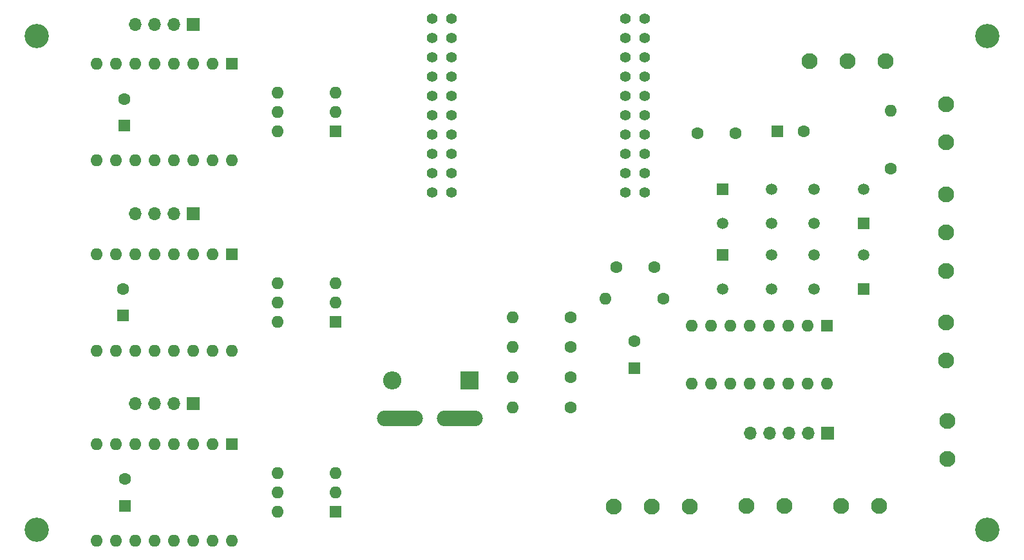
<source format=gbr>
%TF.GenerationSoftware,KiCad,Pcbnew,5.1.8-db9833491~88~ubuntu20.04.1*%
%TF.CreationDate,2020-12-18T16:20:58-07:00*%
%TF.ProjectId,iconograph-pcb,69636f6e-6f67-4726-9170-682d7063622e,rev?*%
%TF.SameCoordinates,Original*%
%TF.FileFunction,Soldermask,Bot*%
%TF.FilePolarity,Negative*%
%FSLAX46Y46*%
G04 Gerber Fmt 4.6, Leading zero omitted, Abs format (unit mm)*
G04 Created by KiCad (PCBNEW 5.1.8-db9833491~88~ubuntu20.04.1) date 2020-12-18 16:20:58*
%MOMM*%
%LPD*%
G01*
G04 APERTURE LIST*
%ADD10C,2.100000*%
%ADD11C,3.200000*%
%ADD12O,1.600000X1.600000*%
%ADD13R,1.600000X1.600000*%
%ADD14C,1.400000*%
%ADD15C,1.498000*%
%ADD16R,1.498000X1.498000*%
%ADD17C,1.600000*%
%ADD18O,1.700000X1.700000*%
%ADD19R,1.700000X1.700000*%
%ADD20O,6.030000X2.070000*%
%ADD21O,2.400000X2.400000*%
%ADD22R,2.400000X2.400000*%
G04 APERTURE END LIST*
D10*
%TO.C,J14*%
X155900000Y-104300000D03*
X150900000Y-104300000D03*
X145900000Y-104300000D03*
%TD*%
%TO.C,J5*%
X171600000Y-45700000D03*
X176600000Y-45700000D03*
X181600000Y-45700000D03*
%TD*%
%TO.C,J2*%
X189600000Y-63300000D03*
X189600000Y-68300000D03*
X189600000Y-73300000D03*
%TD*%
D11*
%TO.C,H4*%
X195000000Y-42400000D03*
%TD*%
%TO.C,H3*%
X195000000Y-107400000D03*
%TD*%
%TO.C,H2*%
X70000000Y-107400000D03*
%TD*%
%TO.C,H1*%
X70000000Y-42400000D03*
%TD*%
D12*
%TO.C,U2*%
X173900000Y-88120000D03*
X156120000Y-80500000D03*
X171360000Y-88120000D03*
X158660000Y-80500000D03*
X168820000Y-88120000D03*
X161200000Y-80500000D03*
X166280000Y-88120000D03*
X163740000Y-80500000D03*
X163740000Y-88120000D03*
X166280000Y-80500000D03*
X161200000Y-88120000D03*
X168820000Y-80500000D03*
X158660000Y-88120000D03*
X171360000Y-80500000D03*
X156120000Y-88120000D03*
D13*
X173900000Y-80500000D03*
%TD*%
D14*
%TO.C,U1*%
X124570000Y-40170000D03*
X122030000Y-40170000D03*
X122030000Y-42710000D03*
X124570000Y-42710000D03*
X122030000Y-45250000D03*
X124570000Y-45250000D03*
X122030000Y-47790000D03*
X124570000Y-47790000D03*
X122030000Y-50330000D03*
X124570000Y-50330000D03*
X122030000Y-52870000D03*
X124570000Y-52870000D03*
X122030000Y-55410000D03*
X124570000Y-55410000D03*
X122030000Y-57950000D03*
X124570000Y-57950000D03*
X122030000Y-60490000D03*
X124570000Y-60490000D03*
X122030000Y-63030000D03*
X124570000Y-63030000D03*
X147430000Y-40170000D03*
X149970000Y-40170000D03*
X147430000Y-42710000D03*
X149970000Y-42710000D03*
X147430000Y-45250000D03*
X149970000Y-45250000D03*
X147430000Y-47790000D03*
X149970000Y-47790000D03*
X147430000Y-50330000D03*
X149970000Y-50330000D03*
X147430000Y-52870000D03*
X149970000Y-52870000D03*
X147430000Y-55410000D03*
X149970000Y-55410000D03*
X147430000Y-57950000D03*
X149970000Y-57950000D03*
X147430000Y-60490000D03*
X149970000Y-60490000D03*
X147430000Y-63030000D03*
X149970000Y-63030000D03*
%TD*%
D15*
%TO.C,SW7*%
X172250000Y-75750000D03*
X172250000Y-71250000D03*
D16*
X178750000Y-75750000D03*
D15*
X178750000Y-71250000D03*
%TD*%
%TO.C,SW6*%
X172250000Y-67050000D03*
X172250000Y-62550000D03*
D16*
X178750000Y-67050000D03*
D15*
X178750000Y-62550000D03*
%TD*%
%TO.C,SW5*%
X166650000Y-71250000D03*
X166650000Y-75750000D03*
D16*
X160150000Y-71250000D03*
D15*
X160150000Y-75750000D03*
%TD*%
%TO.C,SW4*%
X166650000Y-62550000D03*
X166650000Y-67050000D03*
D16*
X160150000Y-62550000D03*
D15*
X160150000Y-67050000D03*
%TD*%
D12*
%TO.C,SW3*%
X101680000Y-80000000D03*
X109300000Y-74920000D03*
X101680000Y-77460000D03*
X109300000Y-77460000D03*
X101680000Y-74920000D03*
D13*
X109300000Y-80000000D03*
%TD*%
D12*
%TO.C,SW2*%
X101680000Y-105000000D03*
X109300000Y-99920000D03*
X101680000Y-102460000D03*
X109300000Y-102460000D03*
X101680000Y-99920000D03*
D13*
X109300000Y-105000000D03*
%TD*%
D12*
%TO.C,SW1*%
X101680000Y-55000000D03*
X109300000Y-49920000D03*
X101680000Y-52460000D03*
X109300000Y-52460000D03*
X101680000Y-49920000D03*
D13*
X109300000Y-55000000D03*
%TD*%
D12*
%TO.C,R6*%
X144780000Y-77000000D03*
D17*
X152400000Y-77000000D03*
%TD*%
D12*
%TO.C,R5*%
X132580000Y-79400000D03*
D17*
X140200000Y-79400000D03*
%TD*%
D12*
%TO.C,R4*%
X132580000Y-83300000D03*
D17*
X140200000Y-83300000D03*
%TD*%
D12*
%TO.C,R3*%
X132580000Y-87300000D03*
D17*
X140200000Y-87300000D03*
%TD*%
D12*
%TO.C,R2*%
X132580000Y-91300000D03*
D17*
X140200000Y-91300000D03*
%TD*%
D12*
%TO.C,R1*%
X182300000Y-52280000D03*
D17*
X182300000Y-59900000D03*
%TD*%
D18*
%TO.C,J13*%
X82980000Y-65800000D03*
X85520000Y-65800000D03*
X88060000Y-65800000D03*
D19*
X90600000Y-65800000D03*
%TD*%
D18*
%TO.C,J12*%
X82980000Y-90800000D03*
X85520000Y-90800000D03*
X88060000Y-90800000D03*
D19*
X90600000Y-90800000D03*
%TD*%
D18*
%TO.C,J11*%
X82980000Y-40900000D03*
X85520000Y-40900000D03*
X88060000Y-40900000D03*
D19*
X90600000Y-40900000D03*
%TD*%
D10*
%TO.C,J9*%
X168300000Y-104200000D03*
X163300000Y-104200000D03*
%TD*%
%TO.C,J8*%
X180800000Y-104200000D03*
X175800000Y-104200000D03*
%TD*%
D18*
%TO.C,J7*%
X163840000Y-94700000D03*
X166380000Y-94700000D03*
X168920000Y-94700000D03*
X171460000Y-94700000D03*
D19*
X174000000Y-94700000D03*
%TD*%
D10*
%TO.C,J6*%
X189600000Y-51400000D03*
X189600000Y-56400000D03*
%TD*%
%TO.C,J4*%
X189600000Y-80100000D03*
X189600000Y-85100000D03*
%TD*%
D20*
%TO.C,J3*%
X117750000Y-92700000D03*
X125650000Y-92700000D03*
%TD*%
D10*
%TO.C,J1*%
X189700000Y-93100000D03*
X189700000Y-98100000D03*
%TD*%
D21*
%TO.C,D1*%
X116740000Y-87700000D03*
D22*
X126900000Y-87700000D03*
%TD*%
D17*
%TO.C,C7*%
X170900000Y-55000000D03*
D13*
X167400000Y-55000000D03*
%TD*%
D17*
%TO.C,C6*%
X156900000Y-55200000D03*
X161900000Y-55200000D03*
%TD*%
%TO.C,C5*%
X146200000Y-72800000D03*
X151200000Y-72800000D03*
%TD*%
%TO.C,C4*%
X81400000Y-75700000D03*
D13*
X81400000Y-79200000D03*
%TD*%
D17*
%TO.C,C3*%
X81600000Y-100700000D03*
D13*
X81600000Y-104200000D03*
%TD*%
D17*
%TO.C,C2*%
X81500000Y-50700000D03*
D13*
X81500000Y-54200000D03*
%TD*%
D17*
%TO.C,C1*%
X148600000Y-82600000D03*
D13*
X148600000Y-86100000D03*
%TD*%
D12*
%TO.C,A3*%
X95700000Y-83800000D03*
X77920000Y-71100000D03*
X93160000Y-83800000D03*
X80460000Y-71100000D03*
X90620000Y-83800000D03*
X83000000Y-71100000D03*
X88080000Y-83800000D03*
X85540000Y-71100000D03*
X85540000Y-83800000D03*
X88080000Y-71100000D03*
X83000000Y-83800000D03*
X90620000Y-71100000D03*
X80460000Y-83800000D03*
X93160000Y-71100000D03*
X77920000Y-83800000D03*
D13*
X95700000Y-71100000D03*
%TD*%
D12*
%TO.C,A2*%
X95700000Y-108800000D03*
X77920000Y-96100000D03*
X93160000Y-108800000D03*
X80460000Y-96100000D03*
X90620000Y-108800000D03*
X83000000Y-96100000D03*
X88080000Y-108800000D03*
X85540000Y-96100000D03*
X85540000Y-108800000D03*
X88080000Y-96100000D03*
X83000000Y-108800000D03*
X90620000Y-96100000D03*
X80460000Y-108800000D03*
X93160000Y-96100000D03*
X77920000Y-108800000D03*
D13*
X95700000Y-96100000D03*
%TD*%
D12*
%TO.C,A1*%
X95700000Y-58800000D03*
X77920000Y-46100000D03*
X93160000Y-58800000D03*
X80460000Y-46100000D03*
X90620000Y-58800000D03*
X83000000Y-46100000D03*
X88080000Y-58800000D03*
X85540000Y-46100000D03*
X85540000Y-58800000D03*
X88080000Y-46100000D03*
X83000000Y-58800000D03*
X90620000Y-46100000D03*
X80460000Y-58800000D03*
X93160000Y-46100000D03*
X77920000Y-58800000D03*
D13*
X95700000Y-46100000D03*
%TD*%
M02*

</source>
